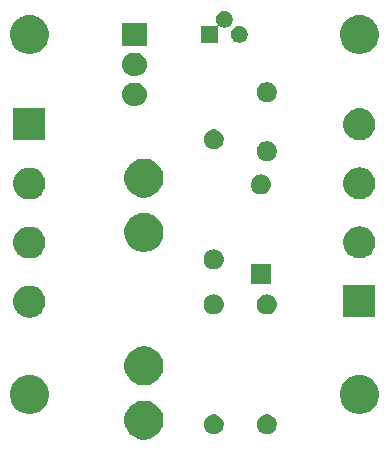
<source format=gbr>
G04 #@! TF.GenerationSoftware,KiCad,Pcbnew,5.0.2-bee76a0~70~ubuntu16.04.1*
G04 #@! TF.CreationDate,2022-01-22T20:55:08+01:00*
G04 #@! TF.ProjectId,Crowbar2,43726f77-6261-4723-922e-6b696361645f,rev?*
G04 #@! TF.SameCoordinates,Original*
G04 #@! TF.FileFunction,Soldermask,Top*
G04 #@! TF.FilePolarity,Negative*
%FSLAX46Y46*%
G04 Gerber Fmt 4.6, Leading zero omitted, Abs format (unit mm)*
G04 Created by KiCad (PCBNEW 5.0.2-bee76a0~70~ubuntu16.04.1) date lör 22 jan 2022 20:55:08*
%MOMM*%
%LPD*%
G01*
G04 APERTURE LIST*
%ADD10C,0.100000*%
G04 APERTURE END LIST*
D10*
G36*
X98975256Y-85661298D02*
X99081579Y-85682447D01*
X99382042Y-85806903D01*
X99479526Y-85872040D01*
X99652454Y-85987587D01*
X99882413Y-86217546D01*
X100063098Y-86487960D01*
X100090079Y-86553098D01*
X100183651Y-86779000D01*
X100187553Y-86788422D01*
X100247048Y-87087519D01*
X100251000Y-87107391D01*
X100251000Y-87432609D01*
X100195065Y-87713816D01*
X100187553Y-87751578D01*
X100063098Y-88052040D01*
X99882413Y-88322454D01*
X99652454Y-88552413D01*
X99652451Y-88552415D01*
X99382042Y-88733097D01*
X99081579Y-88857553D01*
X98975256Y-88878702D01*
X98762611Y-88921000D01*
X98437389Y-88921000D01*
X98224744Y-88878702D01*
X98118421Y-88857553D01*
X97817958Y-88733097D01*
X97547549Y-88552415D01*
X97547546Y-88552413D01*
X97317587Y-88322454D01*
X97136902Y-88052040D01*
X97012447Y-87751578D01*
X97004936Y-87713816D01*
X96949000Y-87432609D01*
X96949000Y-87107391D01*
X96952953Y-87087519D01*
X97012447Y-86788422D01*
X97016350Y-86779000D01*
X97109921Y-86553098D01*
X97136902Y-86487960D01*
X97317587Y-86217546D01*
X97547546Y-85987587D01*
X97720474Y-85872040D01*
X97817958Y-85806903D01*
X98118421Y-85682447D01*
X98224744Y-85661298D01*
X98437389Y-85619000D01*
X98762611Y-85619000D01*
X98975256Y-85661298D01*
X98975256Y-85661298D01*
G37*
G36*
X109248228Y-86811703D02*
X109403100Y-86875853D01*
X109542481Y-86968985D01*
X109661015Y-87087519D01*
X109754147Y-87226900D01*
X109818297Y-87381772D01*
X109851000Y-87546184D01*
X109851000Y-87713816D01*
X109818297Y-87878228D01*
X109754147Y-88033100D01*
X109661015Y-88172481D01*
X109542481Y-88291015D01*
X109403100Y-88384147D01*
X109248228Y-88448297D01*
X109083816Y-88481000D01*
X108916184Y-88481000D01*
X108751772Y-88448297D01*
X108596900Y-88384147D01*
X108457519Y-88291015D01*
X108338985Y-88172481D01*
X108245853Y-88033100D01*
X108181703Y-87878228D01*
X108149000Y-87713816D01*
X108149000Y-87546184D01*
X108181703Y-87381772D01*
X108245853Y-87226900D01*
X108338985Y-87087519D01*
X108457519Y-86968985D01*
X108596900Y-86875853D01*
X108751772Y-86811703D01*
X108916184Y-86779000D01*
X109083816Y-86779000D01*
X109248228Y-86811703D01*
X109248228Y-86811703D01*
G37*
G36*
X104748228Y-86811703D02*
X104903100Y-86875853D01*
X105042481Y-86968985D01*
X105161015Y-87087519D01*
X105254147Y-87226900D01*
X105318297Y-87381772D01*
X105351000Y-87546184D01*
X105351000Y-87713816D01*
X105318297Y-87878228D01*
X105254147Y-88033100D01*
X105161015Y-88172481D01*
X105042481Y-88291015D01*
X104903100Y-88384147D01*
X104748228Y-88448297D01*
X104583816Y-88481000D01*
X104416184Y-88481000D01*
X104251772Y-88448297D01*
X104096900Y-88384147D01*
X103957519Y-88291015D01*
X103838985Y-88172481D01*
X103745853Y-88033100D01*
X103681703Y-87878228D01*
X103649000Y-87713816D01*
X103649000Y-87546184D01*
X103681703Y-87381772D01*
X103745853Y-87226900D01*
X103838985Y-87087519D01*
X103957519Y-86968985D01*
X104096900Y-86875853D01*
X104251772Y-86811703D01*
X104416184Y-86779000D01*
X104583816Y-86779000D01*
X104748228Y-86811703D01*
X104748228Y-86811703D01*
G37*
G36*
X117215256Y-83481298D02*
X117321579Y-83502447D01*
X117622042Y-83626903D01*
X117765039Y-83722451D01*
X117892454Y-83807587D01*
X118122413Y-84037546D01*
X118122415Y-84037549D01*
X118303097Y-84307958D01*
X118427553Y-84608421D01*
X118491000Y-84927391D01*
X118491000Y-85252609D01*
X118427553Y-85571579D01*
X118381630Y-85682447D01*
X118303098Y-85872040D01*
X118122413Y-86142454D01*
X117892454Y-86372413D01*
X117892451Y-86372415D01*
X117622042Y-86553097D01*
X117321579Y-86677553D01*
X117215256Y-86698702D01*
X117002611Y-86741000D01*
X116677389Y-86741000D01*
X116464744Y-86698702D01*
X116358421Y-86677553D01*
X116057958Y-86553097D01*
X115787549Y-86372415D01*
X115787546Y-86372413D01*
X115557587Y-86142454D01*
X115376902Y-85872040D01*
X115298370Y-85682447D01*
X115252447Y-85571579D01*
X115189000Y-85252609D01*
X115189000Y-84927391D01*
X115252447Y-84608421D01*
X115376903Y-84307958D01*
X115557585Y-84037549D01*
X115557587Y-84037546D01*
X115787546Y-83807587D01*
X115914961Y-83722451D01*
X116057958Y-83626903D01*
X116358421Y-83502447D01*
X116464744Y-83481298D01*
X116677389Y-83439000D01*
X117002611Y-83439000D01*
X117215256Y-83481298D01*
X117215256Y-83481298D01*
G37*
G36*
X89275256Y-83481298D02*
X89381579Y-83502447D01*
X89682042Y-83626903D01*
X89825039Y-83722451D01*
X89952454Y-83807587D01*
X90182413Y-84037546D01*
X90182415Y-84037549D01*
X90363097Y-84307958D01*
X90487553Y-84608421D01*
X90551000Y-84927391D01*
X90551000Y-85252609D01*
X90487553Y-85571579D01*
X90441630Y-85682447D01*
X90363098Y-85872040D01*
X90182413Y-86142454D01*
X89952454Y-86372413D01*
X89952451Y-86372415D01*
X89682042Y-86553097D01*
X89381579Y-86677553D01*
X89275256Y-86698702D01*
X89062611Y-86741000D01*
X88737389Y-86741000D01*
X88524744Y-86698702D01*
X88418421Y-86677553D01*
X88117958Y-86553097D01*
X87847549Y-86372415D01*
X87847546Y-86372413D01*
X87617587Y-86142454D01*
X87436902Y-85872040D01*
X87358370Y-85682447D01*
X87312447Y-85571579D01*
X87249000Y-85252609D01*
X87249000Y-84927391D01*
X87312447Y-84608421D01*
X87436903Y-84307958D01*
X87617585Y-84037549D01*
X87617587Y-84037546D01*
X87847546Y-83807587D01*
X87974961Y-83722451D01*
X88117958Y-83626903D01*
X88418421Y-83502447D01*
X88524744Y-83481298D01*
X88737389Y-83439000D01*
X89062611Y-83439000D01*
X89275256Y-83481298D01*
X89275256Y-83481298D01*
G37*
G36*
X98975256Y-81061298D02*
X99081579Y-81082447D01*
X99382042Y-81206903D01*
X99648852Y-81385180D01*
X99652454Y-81387587D01*
X99882413Y-81617546D01*
X100063098Y-81887960D01*
X100187553Y-82188422D01*
X100251000Y-82507389D01*
X100251000Y-82832611D01*
X100187553Y-83151578D01*
X100063098Y-83452040D01*
X99882413Y-83722454D01*
X99652454Y-83952413D01*
X99652451Y-83952415D01*
X99382042Y-84133097D01*
X99081579Y-84257553D01*
X98975256Y-84278702D01*
X98762611Y-84321000D01*
X98437389Y-84321000D01*
X98224744Y-84278702D01*
X98118421Y-84257553D01*
X97817958Y-84133097D01*
X97547549Y-83952415D01*
X97547546Y-83952413D01*
X97317587Y-83722454D01*
X97136902Y-83452040D01*
X97012447Y-83151578D01*
X96949000Y-82832611D01*
X96949000Y-82507389D01*
X97012447Y-82188422D01*
X97136902Y-81887960D01*
X97317587Y-81617546D01*
X97547546Y-81387587D01*
X97551148Y-81385180D01*
X97817958Y-81206903D01*
X98118421Y-81082447D01*
X98224744Y-81061298D01*
X98437389Y-81019000D01*
X98762611Y-81019000D01*
X98975256Y-81061298D01*
X98975256Y-81061298D01*
G37*
G36*
X89163567Y-75904959D02*
X89294072Y-75930918D01*
X89539939Y-76032759D01*
X89760464Y-76180110D01*
X89761215Y-76180612D01*
X89949388Y-76368785D01*
X89949390Y-76368788D01*
X90097241Y-76590061D01*
X90199082Y-76835928D01*
X90251000Y-77096938D01*
X90251000Y-77363062D01*
X90199082Y-77624072D01*
X90097241Y-77869939D01*
X89960450Y-78074659D01*
X89949388Y-78091215D01*
X89761215Y-78279388D01*
X89761212Y-78279390D01*
X89539939Y-78427241D01*
X89294072Y-78529082D01*
X89163567Y-78555041D01*
X89033063Y-78581000D01*
X88766937Y-78581000D01*
X88636433Y-78555041D01*
X88505928Y-78529082D01*
X88260061Y-78427241D01*
X88038788Y-78279390D01*
X88038785Y-78279388D01*
X87850612Y-78091215D01*
X87839550Y-78074659D01*
X87702759Y-77869939D01*
X87600918Y-77624072D01*
X87549000Y-77363062D01*
X87549000Y-77096938D01*
X87600918Y-76835928D01*
X87702759Y-76590061D01*
X87850610Y-76368788D01*
X87850612Y-76368785D01*
X88038785Y-76180612D01*
X88039536Y-76180110D01*
X88260061Y-76032759D01*
X88505928Y-75930918D01*
X88636433Y-75904959D01*
X88766937Y-75879000D01*
X89033063Y-75879000D01*
X89163567Y-75904959D01*
X89163567Y-75904959D01*
G37*
G36*
X118191000Y-78567000D02*
X115489000Y-78567000D01*
X115489000Y-75865000D01*
X118191000Y-75865000D01*
X118191000Y-78567000D01*
X118191000Y-78567000D01*
G37*
G36*
X104666821Y-76631313D02*
X104666824Y-76631314D01*
X104666825Y-76631314D01*
X104827239Y-76679975D01*
X104827241Y-76679976D01*
X104827244Y-76679977D01*
X104975078Y-76758995D01*
X105104659Y-76865341D01*
X105211005Y-76994922D01*
X105290023Y-77142756D01*
X105338687Y-77303179D01*
X105355117Y-77470000D01*
X105338687Y-77636821D01*
X105290023Y-77797244D01*
X105211005Y-77945078D01*
X105104659Y-78074659D01*
X104975078Y-78181005D01*
X104827244Y-78260023D01*
X104827241Y-78260024D01*
X104827239Y-78260025D01*
X104666825Y-78308686D01*
X104666824Y-78308686D01*
X104666821Y-78308687D01*
X104541804Y-78321000D01*
X104458196Y-78321000D01*
X104333179Y-78308687D01*
X104333176Y-78308686D01*
X104333175Y-78308686D01*
X104172761Y-78260025D01*
X104172759Y-78260024D01*
X104172756Y-78260023D01*
X104024922Y-78181005D01*
X103895341Y-78074659D01*
X103788995Y-77945078D01*
X103709977Y-77797244D01*
X103661313Y-77636821D01*
X103644883Y-77470000D01*
X103661313Y-77303179D01*
X103709977Y-77142756D01*
X103788995Y-76994922D01*
X103895341Y-76865341D01*
X104024922Y-76758995D01*
X104172756Y-76679977D01*
X104172759Y-76679976D01*
X104172761Y-76679975D01*
X104333175Y-76631314D01*
X104333176Y-76631314D01*
X104333179Y-76631313D01*
X104458196Y-76619000D01*
X104541804Y-76619000D01*
X104666821Y-76631313D01*
X104666821Y-76631313D01*
G37*
G36*
X109166821Y-76631313D02*
X109166824Y-76631314D01*
X109166825Y-76631314D01*
X109327239Y-76679975D01*
X109327241Y-76679976D01*
X109327244Y-76679977D01*
X109475078Y-76758995D01*
X109604659Y-76865341D01*
X109711005Y-76994922D01*
X109790023Y-77142756D01*
X109838687Y-77303179D01*
X109855117Y-77470000D01*
X109838687Y-77636821D01*
X109790023Y-77797244D01*
X109711005Y-77945078D01*
X109604659Y-78074659D01*
X109475078Y-78181005D01*
X109327244Y-78260023D01*
X109327241Y-78260024D01*
X109327239Y-78260025D01*
X109166825Y-78308686D01*
X109166824Y-78308686D01*
X109166821Y-78308687D01*
X109041804Y-78321000D01*
X108958196Y-78321000D01*
X108833179Y-78308687D01*
X108833176Y-78308686D01*
X108833175Y-78308686D01*
X108672761Y-78260025D01*
X108672759Y-78260024D01*
X108672756Y-78260023D01*
X108524922Y-78181005D01*
X108395341Y-78074659D01*
X108288995Y-77945078D01*
X108209977Y-77797244D01*
X108161313Y-77636821D01*
X108144883Y-77470000D01*
X108161313Y-77303179D01*
X108209977Y-77142756D01*
X108288995Y-76994922D01*
X108395341Y-76865341D01*
X108524922Y-76758995D01*
X108672756Y-76679977D01*
X108672759Y-76679976D01*
X108672761Y-76679975D01*
X108833175Y-76631314D01*
X108833176Y-76631314D01*
X108833179Y-76631313D01*
X108958196Y-76619000D01*
X109041804Y-76619000D01*
X109166821Y-76631313D01*
X109166821Y-76631313D01*
G37*
G36*
X109351000Y-75781000D02*
X107649000Y-75781000D01*
X107649000Y-74079000D01*
X109351000Y-74079000D01*
X109351000Y-75781000D01*
X109351000Y-75781000D01*
G37*
G36*
X104666821Y-72821313D02*
X104666824Y-72821314D01*
X104666825Y-72821314D01*
X104827239Y-72869975D01*
X104827241Y-72869976D01*
X104827244Y-72869977D01*
X104975078Y-72948995D01*
X105104659Y-73055341D01*
X105211005Y-73184922D01*
X105290023Y-73332756D01*
X105338687Y-73493179D01*
X105355117Y-73660000D01*
X105338687Y-73826821D01*
X105290023Y-73987244D01*
X105211005Y-74135078D01*
X105104659Y-74264659D01*
X104975078Y-74371005D01*
X104827244Y-74450023D01*
X104827241Y-74450024D01*
X104827239Y-74450025D01*
X104666825Y-74498686D01*
X104666824Y-74498686D01*
X104666821Y-74498687D01*
X104541804Y-74511000D01*
X104458196Y-74511000D01*
X104333179Y-74498687D01*
X104333176Y-74498686D01*
X104333175Y-74498686D01*
X104172761Y-74450025D01*
X104172759Y-74450024D01*
X104172756Y-74450023D01*
X104024922Y-74371005D01*
X103895341Y-74264659D01*
X103788995Y-74135078D01*
X103709977Y-73987244D01*
X103661313Y-73826821D01*
X103644883Y-73660000D01*
X103661313Y-73493179D01*
X103709977Y-73332756D01*
X103788995Y-73184922D01*
X103895341Y-73055341D01*
X104024922Y-72948995D01*
X104172756Y-72869977D01*
X104172759Y-72869976D01*
X104172761Y-72869975D01*
X104333175Y-72821314D01*
X104333176Y-72821314D01*
X104333179Y-72821313D01*
X104458196Y-72809000D01*
X104541804Y-72809000D01*
X104666821Y-72821313D01*
X104666821Y-72821313D01*
G37*
G36*
X89080425Y-70888421D02*
X89294072Y-70930918D01*
X89539939Y-71032759D01*
X89760464Y-71180110D01*
X89761215Y-71180612D01*
X89949388Y-71368785D01*
X89949390Y-71368788D01*
X90097241Y-71590061D01*
X90199082Y-71835928D01*
X90251000Y-72096938D01*
X90251000Y-72363062D01*
X90199082Y-72624072D01*
X90097241Y-72869939D01*
X89949890Y-73090464D01*
X89949388Y-73091215D01*
X89761215Y-73279388D01*
X89761212Y-73279390D01*
X89539939Y-73427241D01*
X89294072Y-73529082D01*
X89163567Y-73555041D01*
X89033063Y-73581000D01*
X88766937Y-73581000D01*
X88636433Y-73555041D01*
X88505928Y-73529082D01*
X88260061Y-73427241D01*
X88038788Y-73279390D01*
X88038785Y-73279388D01*
X87850612Y-73091215D01*
X87850110Y-73090464D01*
X87702759Y-72869939D01*
X87600918Y-72624072D01*
X87549000Y-72363062D01*
X87549000Y-72096938D01*
X87600918Y-71835928D01*
X87702759Y-71590061D01*
X87850610Y-71368788D01*
X87850612Y-71368785D01*
X88038785Y-71180612D01*
X88039536Y-71180110D01*
X88260061Y-71032759D01*
X88505928Y-70930918D01*
X88719575Y-70888421D01*
X88766937Y-70879000D01*
X89033063Y-70879000D01*
X89080425Y-70888421D01*
X89080425Y-70888421D01*
G37*
G36*
X117043445Y-70879000D02*
X117234072Y-70916918D01*
X117479939Y-71018759D01*
X117700464Y-71166110D01*
X117701215Y-71166612D01*
X117889388Y-71354785D01*
X117889390Y-71354788D01*
X118037241Y-71576061D01*
X118139082Y-71821928D01*
X118139082Y-71821929D01*
X118191000Y-72082937D01*
X118191000Y-72349063D01*
X118165041Y-72479567D01*
X118139082Y-72610072D01*
X118037241Y-72855939D01*
X117926950Y-73021000D01*
X117889388Y-73077215D01*
X117701215Y-73265388D01*
X117701212Y-73265390D01*
X117479939Y-73413241D01*
X117234072Y-73515082D01*
X117163689Y-73529082D01*
X116973063Y-73567000D01*
X116706937Y-73567000D01*
X116516311Y-73529082D01*
X116445928Y-73515082D01*
X116200061Y-73413241D01*
X115978788Y-73265390D01*
X115978785Y-73265388D01*
X115790612Y-73077215D01*
X115753050Y-73021000D01*
X115642759Y-72855939D01*
X115540918Y-72610072D01*
X115514959Y-72479567D01*
X115489000Y-72349063D01*
X115489000Y-72082937D01*
X115540918Y-71821929D01*
X115540918Y-71821928D01*
X115642759Y-71576061D01*
X115790610Y-71354788D01*
X115790612Y-71354785D01*
X115978785Y-71166612D01*
X115979536Y-71166110D01*
X116200061Y-71018759D01*
X116445928Y-70916918D01*
X116636555Y-70879000D01*
X116706937Y-70865000D01*
X116973063Y-70865000D01*
X117043445Y-70879000D01*
X117043445Y-70879000D01*
G37*
G36*
X98975256Y-69761298D02*
X99081579Y-69782447D01*
X99382042Y-69906903D01*
X99648852Y-70085180D01*
X99652454Y-70087587D01*
X99882413Y-70317546D01*
X99882415Y-70317549D01*
X100063097Y-70587958D01*
X100183651Y-70879000D01*
X100187553Y-70888422D01*
X100251000Y-71207389D01*
X100251000Y-71532611D01*
X100239572Y-71590061D01*
X100187553Y-71851579D01*
X100063097Y-72152042D01*
X99922097Y-72363063D01*
X99882413Y-72422454D01*
X99652454Y-72652413D01*
X99652451Y-72652415D01*
X99382042Y-72833097D01*
X99382041Y-72833098D01*
X99382040Y-72833098D01*
X99326897Y-72855939D01*
X99081579Y-72957553D01*
X98975256Y-72978702D01*
X98762611Y-73021000D01*
X98437389Y-73021000D01*
X98224744Y-72978702D01*
X98118421Y-72957553D01*
X97873103Y-72855939D01*
X97817960Y-72833098D01*
X97817959Y-72833098D01*
X97817958Y-72833097D01*
X97547549Y-72652415D01*
X97547546Y-72652413D01*
X97317587Y-72422454D01*
X97277903Y-72363063D01*
X97136903Y-72152042D01*
X97012447Y-71851579D01*
X96960428Y-71590061D01*
X96949000Y-71532611D01*
X96949000Y-71207389D01*
X97012447Y-70888422D01*
X97016350Y-70879000D01*
X97136903Y-70587958D01*
X97317585Y-70317549D01*
X97317587Y-70317546D01*
X97547546Y-70087587D01*
X97551148Y-70085180D01*
X97817958Y-69906903D01*
X98118421Y-69782447D01*
X98224744Y-69761298D01*
X98437389Y-69719000D01*
X98762611Y-69719000D01*
X98975256Y-69761298D01*
X98975256Y-69761298D01*
G37*
G36*
X89163567Y-65904959D02*
X89294072Y-65930918D01*
X89539939Y-66032759D01*
X89760464Y-66180110D01*
X89761215Y-66180612D01*
X89949388Y-66368785D01*
X89949390Y-66368788D01*
X90097241Y-66590061D01*
X90199082Y-66835928D01*
X90251000Y-67096938D01*
X90251000Y-67363062D01*
X90199082Y-67624072D01*
X90097241Y-67869939D01*
X89949890Y-68090464D01*
X89949388Y-68091215D01*
X89761215Y-68279388D01*
X89761212Y-68279390D01*
X89539939Y-68427241D01*
X89294072Y-68529082D01*
X89163567Y-68555041D01*
X89033063Y-68581000D01*
X88766937Y-68581000D01*
X88636433Y-68555041D01*
X88505928Y-68529082D01*
X88260061Y-68427241D01*
X88038788Y-68279390D01*
X88038785Y-68279388D01*
X87850612Y-68091215D01*
X87850110Y-68090464D01*
X87702759Y-67869939D01*
X87600918Y-67624072D01*
X87549000Y-67363062D01*
X87549000Y-67096938D01*
X87600918Y-66835928D01*
X87702759Y-66590061D01*
X87850610Y-66368788D01*
X87850612Y-66368785D01*
X88038785Y-66180612D01*
X88039536Y-66180110D01*
X88260061Y-66032759D01*
X88505928Y-65930918D01*
X88636433Y-65904959D01*
X88766937Y-65879000D01*
X89033063Y-65879000D01*
X89163567Y-65904959D01*
X89163567Y-65904959D01*
G37*
G36*
X117043445Y-65879000D02*
X117234072Y-65916918D01*
X117479939Y-66018759D01*
X117700464Y-66166110D01*
X117701215Y-66166612D01*
X117889388Y-66354785D01*
X117889390Y-66354788D01*
X118037241Y-66576061D01*
X118139082Y-66821928D01*
X118191000Y-67082938D01*
X118191000Y-67349062D01*
X118139082Y-67610072D01*
X118037241Y-67855939D01*
X117905960Y-68052413D01*
X117889388Y-68077215D01*
X117701215Y-68265388D01*
X117701212Y-68265390D01*
X117479939Y-68413241D01*
X117234072Y-68515082D01*
X117163689Y-68529082D01*
X116973063Y-68567000D01*
X116706937Y-68567000D01*
X116516311Y-68529082D01*
X116445928Y-68515082D01*
X116200061Y-68413241D01*
X115978788Y-68265390D01*
X115978785Y-68265388D01*
X115790612Y-68077215D01*
X115774040Y-68052413D01*
X115642759Y-67855939D01*
X115540918Y-67610072D01*
X115489000Y-67349062D01*
X115489000Y-67082938D01*
X115540918Y-66821928D01*
X115642759Y-66576061D01*
X115790610Y-66354788D01*
X115790612Y-66354785D01*
X115978785Y-66166612D01*
X115979536Y-66166110D01*
X116200061Y-66018759D01*
X116445928Y-65916918D01*
X116636555Y-65879000D01*
X116706937Y-65865000D01*
X116973063Y-65865000D01*
X117043445Y-65879000D01*
X117043445Y-65879000D01*
G37*
G36*
X98973828Y-65161014D02*
X99081579Y-65182447D01*
X99382042Y-65306903D01*
X99648852Y-65485180D01*
X99652454Y-65487587D01*
X99882413Y-65717546D01*
X100063098Y-65987960D01*
X100187553Y-66288422D01*
X100249331Y-66598996D01*
X100251000Y-66607391D01*
X100251000Y-66932609D01*
X100187553Y-67251579D01*
X100063097Y-67552042D01*
X99907387Y-67785078D01*
X99882413Y-67822454D01*
X99652454Y-68052413D01*
X99652451Y-68052415D01*
X99382042Y-68233097D01*
X99081579Y-68357553D01*
X98975256Y-68378702D01*
X98762611Y-68421000D01*
X98437389Y-68421000D01*
X98224744Y-68378702D01*
X98118421Y-68357553D01*
X97817958Y-68233097D01*
X97547549Y-68052415D01*
X97547546Y-68052413D01*
X97317587Y-67822454D01*
X97292613Y-67785078D01*
X97136903Y-67552042D01*
X97012447Y-67251579D01*
X96949000Y-66932609D01*
X96949000Y-66607391D01*
X96950670Y-66598996D01*
X97012447Y-66288422D01*
X97136902Y-65987960D01*
X97317587Y-65717546D01*
X97547546Y-65487587D01*
X97551148Y-65485180D01*
X97817958Y-65306903D01*
X98118421Y-65182447D01*
X98226172Y-65161014D01*
X98437389Y-65119000D01*
X98762611Y-65119000D01*
X98973828Y-65161014D01*
X98973828Y-65161014D01*
G37*
G36*
X108666821Y-66471313D02*
X108666824Y-66471314D01*
X108666825Y-66471314D01*
X108827239Y-66519975D01*
X108827241Y-66519976D01*
X108827244Y-66519977D01*
X108975078Y-66598995D01*
X109104659Y-66705341D01*
X109211005Y-66834922D01*
X109290023Y-66982756D01*
X109338687Y-67143179D01*
X109355117Y-67310000D01*
X109338687Y-67476821D01*
X109338686Y-67476824D01*
X109338686Y-67476825D01*
X109315870Y-67552040D01*
X109290023Y-67637244D01*
X109211005Y-67785078D01*
X109104659Y-67914659D01*
X108975078Y-68021005D01*
X108827244Y-68100023D01*
X108827241Y-68100024D01*
X108827239Y-68100025D01*
X108666825Y-68148686D01*
X108666824Y-68148686D01*
X108666821Y-68148687D01*
X108541804Y-68161000D01*
X108458196Y-68161000D01*
X108333179Y-68148687D01*
X108333176Y-68148686D01*
X108333175Y-68148686D01*
X108172761Y-68100025D01*
X108172759Y-68100024D01*
X108172756Y-68100023D01*
X108024922Y-68021005D01*
X107895341Y-67914659D01*
X107788995Y-67785078D01*
X107709977Y-67637244D01*
X107684131Y-67552040D01*
X107661314Y-67476825D01*
X107661314Y-67476824D01*
X107661313Y-67476821D01*
X107644883Y-67310000D01*
X107661313Y-67143179D01*
X107709977Y-66982756D01*
X107788995Y-66834922D01*
X107895341Y-66705341D01*
X108024922Y-66598995D01*
X108172756Y-66519977D01*
X108172759Y-66519976D01*
X108172761Y-66519975D01*
X108333175Y-66471314D01*
X108333176Y-66471314D01*
X108333179Y-66471313D01*
X108458196Y-66459000D01*
X108541804Y-66459000D01*
X108666821Y-66471313D01*
X108666821Y-66471313D01*
G37*
G36*
X109248228Y-63681703D02*
X109403100Y-63745853D01*
X109542481Y-63838985D01*
X109661015Y-63957519D01*
X109754147Y-64096900D01*
X109818297Y-64251772D01*
X109851000Y-64416184D01*
X109851000Y-64583816D01*
X109818297Y-64748228D01*
X109754147Y-64903100D01*
X109661015Y-65042481D01*
X109542481Y-65161015D01*
X109403100Y-65254147D01*
X109248228Y-65318297D01*
X109083816Y-65351000D01*
X108916184Y-65351000D01*
X108751772Y-65318297D01*
X108596900Y-65254147D01*
X108457519Y-65161015D01*
X108338985Y-65042481D01*
X108245853Y-64903100D01*
X108181703Y-64748228D01*
X108149000Y-64583816D01*
X108149000Y-64416184D01*
X108181703Y-64251772D01*
X108245853Y-64096900D01*
X108338985Y-63957519D01*
X108457519Y-63838985D01*
X108596900Y-63745853D01*
X108751772Y-63681703D01*
X108916184Y-63649000D01*
X109083816Y-63649000D01*
X109248228Y-63681703D01*
X109248228Y-63681703D01*
G37*
G36*
X104748228Y-62681703D02*
X104903100Y-62745853D01*
X105042481Y-62838985D01*
X105161015Y-62957519D01*
X105254147Y-63096900D01*
X105318297Y-63251772D01*
X105351000Y-63416184D01*
X105351000Y-63583816D01*
X105318297Y-63748228D01*
X105254147Y-63903100D01*
X105161015Y-64042481D01*
X105042481Y-64161015D01*
X104903100Y-64254147D01*
X104748228Y-64318297D01*
X104583816Y-64351000D01*
X104416184Y-64351000D01*
X104251772Y-64318297D01*
X104096900Y-64254147D01*
X103957519Y-64161015D01*
X103838985Y-64042481D01*
X103745853Y-63903100D01*
X103681703Y-63748228D01*
X103649000Y-63583816D01*
X103649000Y-63416184D01*
X103681703Y-63251772D01*
X103745853Y-63096900D01*
X103838985Y-62957519D01*
X103957519Y-62838985D01*
X104096900Y-62745853D01*
X104251772Y-62681703D01*
X104416184Y-62649000D01*
X104583816Y-62649000D01*
X104748228Y-62681703D01*
X104748228Y-62681703D01*
G37*
G36*
X90251000Y-63581000D02*
X87549000Y-63581000D01*
X87549000Y-60879000D01*
X90251000Y-60879000D01*
X90251000Y-63581000D01*
X90251000Y-63581000D01*
G37*
G36*
X117043445Y-60879000D02*
X117234072Y-60916918D01*
X117479939Y-61018759D01*
X117700464Y-61166110D01*
X117701215Y-61166612D01*
X117889388Y-61354785D01*
X117889390Y-61354788D01*
X118037241Y-61576061D01*
X118139082Y-61821928D01*
X118191000Y-62082938D01*
X118191000Y-62349062D01*
X118139082Y-62610072D01*
X118037241Y-62855939D01*
X117889890Y-63076464D01*
X117889388Y-63077215D01*
X117701215Y-63265388D01*
X117701212Y-63265390D01*
X117479939Y-63413241D01*
X117234072Y-63515082D01*
X117103567Y-63541041D01*
X116973063Y-63567000D01*
X116706937Y-63567000D01*
X116576433Y-63541041D01*
X116445928Y-63515082D01*
X116200061Y-63413241D01*
X115978788Y-63265390D01*
X115978785Y-63265388D01*
X115790612Y-63077215D01*
X115790110Y-63076464D01*
X115642759Y-62855939D01*
X115540918Y-62610072D01*
X115489000Y-62349062D01*
X115489000Y-62082938D01*
X115540918Y-61821928D01*
X115642759Y-61576061D01*
X115790610Y-61354788D01*
X115790612Y-61354785D01*
X115978785Y-61166612D01*
X115979536Y-61166110D01*
X116200061Y-61018759D01*
X116445928Y-60916918D01*
X116636555Y-60879000D01*
X116706937Y-60865000D01*
X116973063Y-60865000D01*
X117043445Y-60879000D01*
X117043445Y-60879000D01*
G37*
G36*
X97945764Y-58692308D02*
X98034220Y-58701020D01*
X98223381Y-58758401D01*
X98397712Y-58851583D01*
X98550515Y-58976985D01*
X98675917Y-59129788D01*
X98769099Y-59304119D01*
X98826480Y-59493280D01*
X98845855Y-59690000D01*
X98826480Y-59886720D01*
X98769099Y-60075881D01*
X98675917Y-60250212D01*
X98550515Y-60403015D01*
X98397712Y-60528417D01*
X98223381Y-60621599D01*
X98034220Y-60678980D01*
X97945764Y-60687692D01*
X97886796Y-60693500D01*
X97693204Y-60693500D01*
X97634236Y-60687692D01*
X97545780Y-60678980D01*
X97356619Y-60621599D01*
X97182288Y-60528417D01*
X97029485Y-60403015D01*
X96904083Y-60250212D01*
X96810901Y-60075881D01*
X96753520Y-59886720D01*
X96734145Y-59690000D01*
X96753520Y-59493280D01*
X96810901Y-59304119D01*
X96904083Y-59129788D01*
X97029485Y-58976985D01*
X97182288Y-58851583D01*
X97356619Y-58758401D01*
X97545780Y-58701020D01*
X97634236Y-58692308D01*
X97693204Y-58686500D01*
X97886796Y-58686500D01*
X97945764Y-58692308D01*
X97945764Y-58692308D01*
G37*
G36*
X109248228Y-58681703D02*
X109403100Y-58745853D01*
X109542481Y-58838985D01*
X109661015Y-58957519D01*
X109754147Y-59096900D01*
X109818297Y-59251772D01*
X109851000Y-59416184D01*
X109851000Y-59583816D01*
X109818297Y-59748228D01*
X109754147Y-59903100D01*
X109661015Y-60042481D01*
X109542481Y-60161015D01*
X109403100Y-60254147D01*
X109248228Y-60318297D01*
X109083816Y-60351000D01*
X108916184Y-60351000D01*
X108751772Y-60318297D01*
X108596900Y-60254147D01*
X108457519Y-60161015D01*
X108338985Y-60042481D01*
X108245853Y-59903100D01*
X108181703Y-59748228D01*
X108149000Y-59583816D01*
X108149000Y-59416184D01*
X108181703Y-59251772D01*
X108245853Y-59096900D01*
X108338985Y-58957519D01*
X108457519Y-58838985D01*
X108596900Y-58745853D01*
X108751772Y-58681703D01*
X108916184Y-58649000D01*
X109083816Y-58649000D01*
X109248228Y-58681703D01*
X109248228Y-58681703D01*
G37*
G36*
X97945764Y-56152308D02*
X98034220Y-56161020D01*
X98223381Y-56218401D01*
X98397712Y-56311583D01*
X98550515Y-56436985D01*
X98675917Y-56589788D01*
X98769099Y-56764119D01*
X98826480Y-56953280D01*
X98845855Y-57150000D01*
X98826480Y-57346720D01*
X98769099Y-57535881D01*
X98675917Y-57710212D01*
X98550515Y-57863015D01*
X98397712Y-57988417D01*
X98223381Y-58081599D01*
X98034220Y-58138980D01*
X97945764Y-58147692D01*
X97886796Y-58153500D01*
X97693204Y-58153500D01*
X97634236Y-58147692D01*
X97545780Y-58138980D01*
X97356619Y-58081599D01*
X97182288Y-57988417D01*
X97029485Y-57863015D01*
X96904083Y-57710212D01*
X96810901Y-57535881D01*
X96753520Y-57346720D01*
X96734145Y-57150000D01*
X96753520Y-56953280D01*
X96810901Y-56764119D01*
X96904083Y-56589788D01*
X97029485Y-56436985D01*
X97182288Y-56311583D01*
X97356619Y-56218401D01*
X97545780Y-56161020D01*
X97634236Y-56152308D01*
X97693204Y-56146500D01*
X97886796Y-56146500D01*
X97945764Y-56152308D01*
X97945764Y-56152308D01*
G37*
G36*
X89275256Y-53001298D02*
X89381579Y-53022447D01*
X89594037Y-53110450D01*
X89654581Y-53135528D01*
X89682042Y-53146903D01*
X89867700Y-53270956D01*
X89952454Y-53327587D01*
X90182413Y-53557546D01*
X90182415Y-53557549D01*
X90301763Y-53736165D01*
X90363098Y-53827960D01*
X90395671Y-53906598D01*
X90487553Y-54128421D01*
X90551000Y-54447391D01*
X90551000Y-54772609D01*
X90487553Y-55091579D01*
X90407824Y-55284061D01*
X90363098Y-55392040D01*
X90182413Y-55662454D01*
X89952454Y-55892413D01*
X89952451Y-55892415D01*
X89682042Y-56073097D01*
X89381579Y-56197553D01*
X89276769Y-56218401D01*
X89062611Y-56261000D01*
X88737389Y-56261000D01*
X88523231Y-56218401D01*
X88418421Y-56197553D01*
X88117958Y-56073097D01*
X87847549Y-55892415D01*
X87847546Y-55892413D01*
X87617587Y-55662454D01*
X87436902Y-55392040D01*
X87392176Y-55284061D01*
X87312447Y-55091579D01*
X87249000Y-54772609D01*
X87249000Y-54447391D01*
X87312447Y-54128421D01*
X87404329Y-53906598D01*
X87436902Y-53827960D01*
X87498238Y-53736165D01*
X87617585Y-53557549D01*
X87617587Y-53557546D01*
X87847546Y-53327587D01*
X87932300Y-53270956D01*
X88117958Y-53146903D01*
X88145420Y-53135528D01*
X88205963Y-53110450D01*
X88418421Y-53022447D01*
X88524744Y-53001298D01*
X88737389Y-52959000D01*
X89062611Y-52959000D01*
X89275256Y-53001298D01*
X89275256Y-53001298D01*
G37*
G36*
X117215256Y-53001298D02*
X117321579Y-53022447D01*
X117534037Y-53110450D01*
X117594581Y-53135528D01*
X117622042Y-53146903D01*
X117807700Y-53270956D01*
X117892454Y-53327587D01*
X118122413Y-53557546D01*
X118122415Y-53557549D01*
X118241763Y-53736165D01*
X118303098Y-53827960D01*
X118335671Y-53906598D01*
X118427553Y-54128421D01*
X118491000Y-54447391D01*
X118491000Y-54772609D01*
X118427553Y-55091579D01*
X118347824Y-55284061D01*
X118303098Y-55392040D01*
X118122413Y-55662454D01*
X117892454Y-55892413D01*
X117892451Y-55892415D01*
X117622042Y-56073097D01*
X117321579Y-56197553D01*
X117216769Y-56218401D01*
X117002611Y-56261000D01*
X116677389Y-56261000D01*
X116463231Y-56218401D01*
X116358421Y-56197553D01*
X116057958Y-56073097D01*
X115787549Y-55892415D01*
X115787546Y-55892413D01*
X115557587Y-55662454D01*
X115376902Y-55392040D01*
X115332176Y-55284061D01*
X115252447Y-55091579D01*
X115189000Y-54772609D01*
X115189000Y-54447391D01*
X115252447Y-54128421D01*
X115344329Y-53906598D01*
X115376902Y-53827960D01*
X115438238Y-53736165D01*
X115557585Y-53557549D01*
X115557587Y-53557546D01*
X115787546Y-53327587D01*
X115872300Y-53270956D01*
X116057958Y-53146903D01*
X116085420Y-53135528D01*
X116145963Y-53110450D01*
X116358421Y-53022447D01*
X116464744Y-53001298D01*
X116677389Y-52959000D01*
X117002611Y-52959000D01*
X117215256Y-53001298D01*
X117215256Y-53001298D01*
G37*
G36*
X98841000Y-55613500D02*
X96739000Y-55613500D01*
X96739000Y-53606500D01*
X98841000Y-53606500D01*
X98841000Y-55613500D01*
X98841000Y-55613500D01*
G37*
G36*
X105614472Y-52665938D02*
X105742049Y-52718782D01*
X105856865Y-52795500D01*
X105954500Y-52893135D01*
X106031218Y-53007951D01*
X106084062Y-53135528D01*
X106111000Y-53270956D01*
X106111000Y-53409044D01*
X106084062Y-53544472D01*
X106031218Y-53672049D01*
X105954500Y-53786865D01*
X105856865Y-53884500D01*
X105742049Y-53961218D01*
X105614472Y-54014062D01*
X105479044Y-54041000D01*
X105340956Y-54041000D01*
X105205528Y-54014062D01*
X105077951Y-53961218D01*
X105035446Y-53932817D01*
X105013835Y-53921266D01*
X104990386Y-53914153D01*
X104966000Y-53911751D01*
X104941614Y-53914153D01*
X104918164Y-53921266D01*
X104896554Y-53932817D01*
X104877612Y-53948363D01*
X104862066Y-53967305D01*
X104850515Y-53988916D01*
X104843402Y-54012365D01*
X104841000Y-54036751D01*
X104841000Y-55311000D01*
X103439000Y-55311000D01*
X103439000Y-53909000D01*
X104713249Y-53909000D01*
X104737635Y-53906598D01*
X104761084Y-53899485D01*
X104782695Y-53887934D01*
X104801637Y-53872388D01*
X104817183Y-53853446D01*
X104828734Y-53831835D01*
X104835847Y-53808386D01*
X104838249Y-53784000D01*
X104835847Y-53759614D01*
X104828734Y-53736165D01*
X104817183Y-53714554D01*
X104788782Y-53672049D01*
X104735938Y-53544472D01*
X104709000Y-53409044D01*
X104709000Y-53270956D01*
X104735938Y-53135528D01*
X104788782Y-53007951D01*
X104865500Y-52893135D01*
X104963135Y-52795500D01*
X105077951Y-52718782D01*
X105205528Y-52665938D01*
X105340956Y-52639000D01*
X105479044Y-52639000D01*
X105614472Y-52665938D01*
X105614472Y-52665938D01*
G37*
G36*
X106884472Y-53935938D02*
X107012049Y-53988782D01*
X107126865Y-54065500D01*
X107224500Y-54163135D01*
X107301218Y-54277951D01*
X107354062Y-54405528D01*
X107381000Y-54540956D01*
X107381000Y-54679044D01*
X107354062Y-54814472D01*
X107301218Y-54942049D01*
X107224500Y-55056865D01*
X107126865Y-55154500D01*
X107012049Y-55231218D01*
X106884472Y-55284062D01*
X106749044Y-55311000D01*
X106610956Y-55311000D01*
X106475528Y-55284062D01*
X106347951Y-55231218D01*
X106233135Y-55154500D01*
X106135500Y-55056865D01*
X106058782Y-54942049D01*
X106005938Y-54814472D01*
X105979000Y-54679044D01*
X105979000Y-54540956D01*
X106005938Y-54405528D01*
X106058782Y-54277951D01*
X106135500Y-54163135D01*
X106233135Y-54065500D01*
X106347951Y-53988782D01*
X106475528Y-53935938D01*
X106610956Y-53909000D01*
X106749044Y-53909000D01*
X106884472Y-53935938D01*
X106884472Y-53935938D01*
G37*
M02*

</source>
